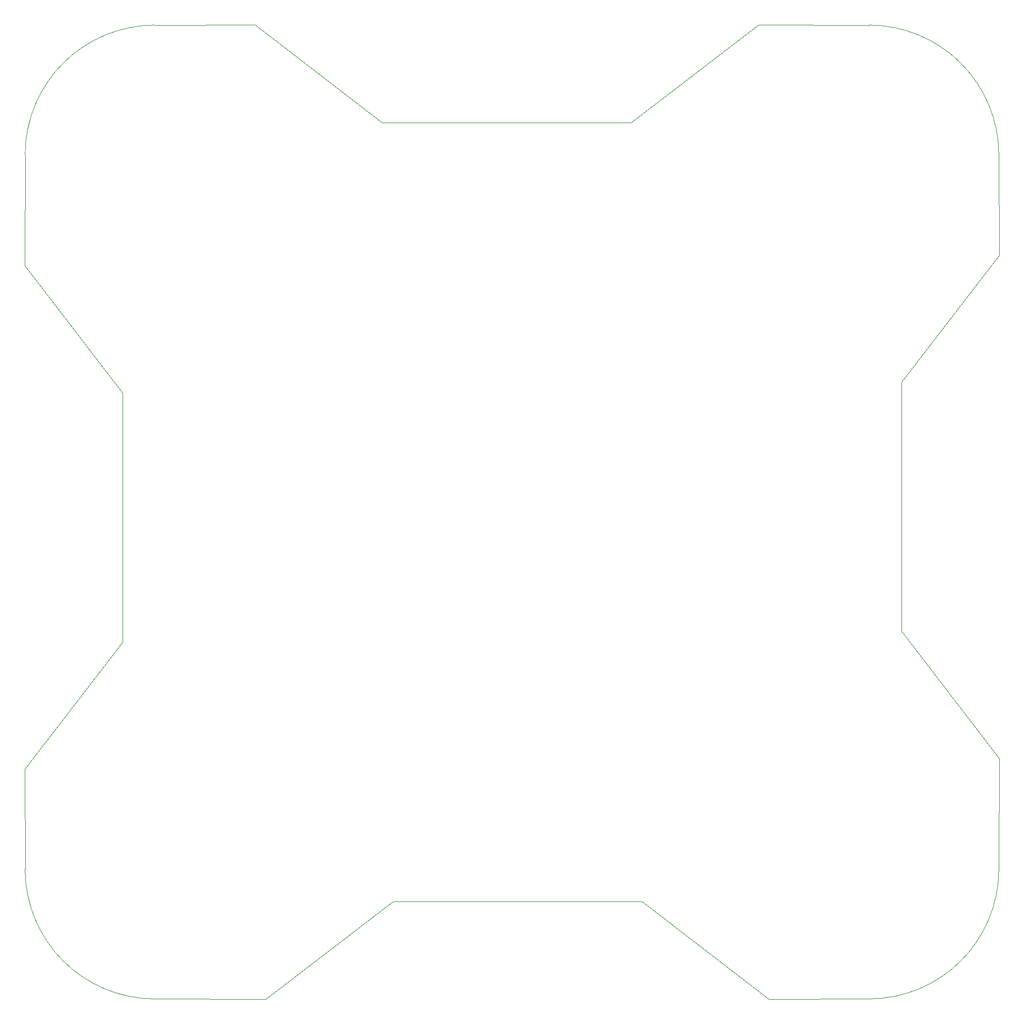
<source format=gbr>
%TF.GenerationSoftware,KiCad,Pcbnew,(6.0.4)*%
%TF.CreationDate,2022-04-26T19:16:40+02:00*%
%TF.ProjectId,FieldBoard,4669656c-6442-46f6-9172-642e6b696361,rev?*%
%TF.SameCoordinates,Original*%
%TF.FileFunction,Profile,NP*%
%FSLAX46Y46*%
G04 Gerber Fmt 4.6, Leading zero omitted, Abs format (unit mm)*
G04 Created by KiCad (PCBNEW (6.0.4)) date 2022-04-26 19:16:40*
%MOMM*%
%LPD*%
G01*
G04 APERTURE LIST*
%TA.AperFunction,Profile*%
%ADD10C,0.100000*%
%TD*%
G04 APERTURE END LIST*
D10*
X163900000Y-149615728D02*
X125500000Y-149615728D01*
X183450000Y-164690728D02*
X198857864Y-164657864D01*
X203815728Y-69615728D02*
X203815728Y-108015728D01*
X218915728Y-127615728D02*
X203815728Y-108015728D01*
X218890728Y-50065728D02*
X218857864Y-34657864D01*
X88857864Y-164657864D02*
X105900000Y-164715728D01*
X83900000Y-109700000D02*
X83900000Y-71300000D01*
X88857864Y-14657864D02*
G75*
G03*
X68857864Y-34657864I-4J-19999996D01*
G01*
X68800000Y-51700000D02*
X83900000Y-71300000D01*
X218890728Y-50065728D02*
X203815728Y-69615728D01*
X218857864Y-144657864D02*
X218915728Y-127615728D01*
X198857864Y-164657864D02*
G75*
G03*
X218857864Y-144657864I6J19999994D01*
G01*
X123815728Y-29700000D02*
X162215728Y-29700000D01*
X104265728Y-14625000D02*
X88857864Y-14657864D01*
X68857864Y-34657864D02*
X68800000Y-51700000D01*
X68825000Y-129250000D02*
X83900000Y-109700000D01*
X218857866Y-34657864D02*
G75*
G03*
X198857864Y-14657864I-19999996J4D01*
G01*
X68825000Y-129250000D02*
X68857864Y-144657864D01*
X181815728Y-14600000D02*
X162215728Y-29700000D01*
X198857864Y-14657864D02*
X181815728Y-14600000D01*
X68857866Y-144657864D02*
G75*
G03*
X88857864Y-164657864I19999994J-6D01*
G01*
X105900000Y-164715728D02*
X125500000Y-149615728D01*
X104265728Y-14625000D02*
X123815728Y-29700000D01*
X183450000Y-164690728D02*
X163900000Y-149615728D01*
M02*

</source>
